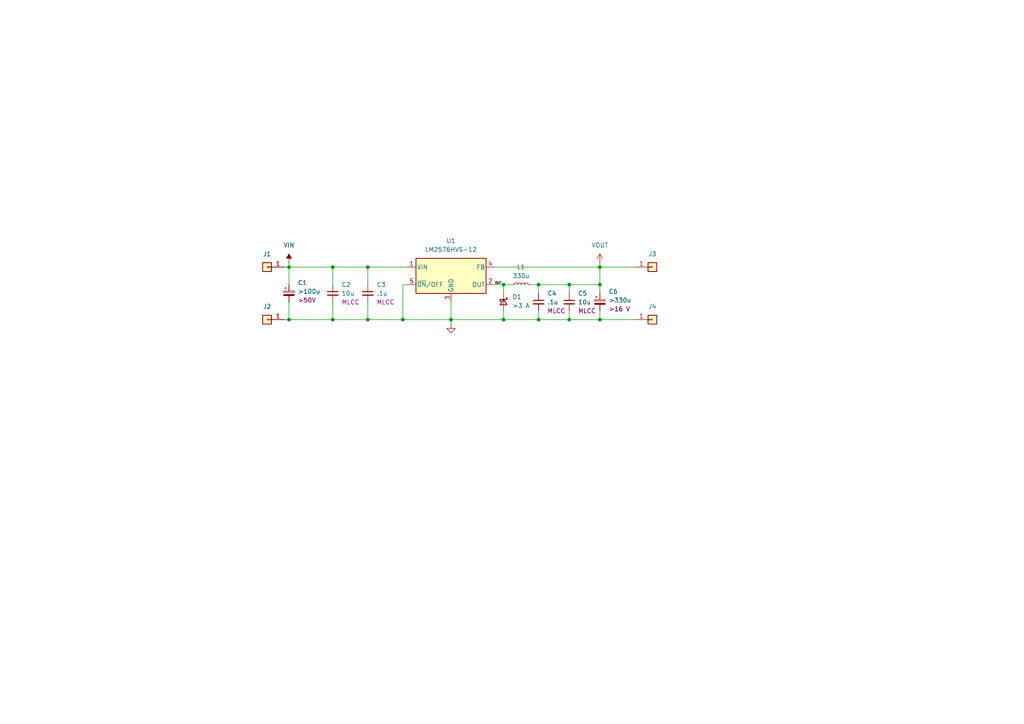
<source format=kicad_sch>
(kicad_sch (version 20231120) (generator "eeschema") (generator_version "8.0")
  (paper "A4")
  (lib_symbols
    (symbol "Connector_Generic:Conn_01x01" (pin_names (offset 1.016) hide)
      (property "Reference" "J" (at 0 2.54 0))
      (property "Value" "Conn_01x01" (at 0 -2.54 0))
      (symbol "Conn_01x01_1_1"
        (rectangle (start -1.27 0.127) (end 0 -0.127) (stroke (width 0.1524)))
        (rectangle (start -1.27 1.27) (end 1.27 -1.27) (stroke (width 0.254)) (fill (type background)))
        (pin passive line (at -5.08 0 0) (length 3.81) (name "Pin_1") (number "1"))
      )
    )
    (symbol "Device:C_Polarized_Small" (pin_numbers hide) (pin_names (offset 0.254) hide)
      (property "Reference" "C" (at 0.254 1.778 0))
      (property "Value" "C_Polarized_Small" (at 0.254 -2.032 0))
      (symbol "C_Polarized_Small_0_1"
        (rectangle (start -1.524 -0.3048) (end 1.524 -0.6858) (fill (type outline)))
        (rectangle (start -1.524 0.6858) (end 1.524 0.3048))
        (polyline (pts (xy -1.27 1.524) (xy -0.762 1.524)))
        (polyline (pts (xy -1.016 1.27) (xy -1.016 1.778)))
      )
      (symbol "C_Polarized_Small_1_1"
        (pin passive line (at 0 2.54 270) (length 1.8542) (name "~") (number "1"))
        (pin passive line (at 0 -2.54 90) (length 1.8542) (name "~") (number "2"))
      )
    )
    (symbol "Device:C_Small" (pin_numbers hide) (pin_names (offset 0.254) hide)
      (property "Reference" "C" (at 0.254 1.778 0))
      (property "Value" "C_Small" (at 0.254 -2.032 0))
      (symbol "C_Small_0_1"
        (polyline (pts (xy -1.524 -0.508) (xy 1.524 -0.508)) (stroke (width 0.3302)))
        (polyline (pts (xy -1.524 0.508) (xy 1.524 0.508)) (stroke (width 0.3048)))
      )
      (symbol "C_Small_1_1"
        (pin passive line (at 0 2.54 270) (length 2.032) (name "~") (number "1"))
        (pin passive line (at 0 -2.54 90) (length 2.032) (name "~") (number "2"))
      )
    )
    (symbol "Device:D_Schottky_Small" (pin_numbers hide) (pin_names (offset 0.254) hide)
      (property "Reference" "D" (at -1.27 2.032 0))
      (property "Value" "D_Schottky_Small" (at -7.112 -2.032 0))
      (symbol "D_Schottky_Small_0_1"
        (polyline (pts (xy -0.762 0) (xy 0.762 0)))
        (polyline (pts (xy 0.762 -1.016) (xy -0.762 0) (xy 0.762 1.016) (xy 0.762 -1.016)) (stroke (width 0.254)))
        (polyline (pts (xy -1.27 0.762) (xy -1.27 1.016) (xy -0.762 1.016) (xy -0.762 -1.016) (xy -0.254 -1.016) (xy -0.254 -0.762)) (stroke (width 0.254)))
      )
      (symbol "D_Schottky_Small_1_1"
        (pin passive line (at -2.54 0 0) (length 1.778) (name "K") (number "1"))
        (pin passive line (at 2.54 0 180) (length 1.778) (name "A") (number "2"))
      )
    )
    (symbol "Device:L_Small" (pin_numbers hide) (pin_names (offset 0.254) hide)
      (property "Reference" "L" (at 0.762 1.016 0))
      (property "Value" "L_Small" (at 0.762 -1.016 0))
      (symbol "L_Small_0_1"
        (arc (start 0 -2.032) (mid 0.5058 -1.524) (end 0 -1.016))
        (arc (start 0 -1.016) (mid 0.5058 -0.508) (end 0 0))
        (arc (start 0 0) (mid 0.5058 0.508) (end 0 1.016))
        (arc (start 0 1.016) (mid 0.5058 1.524) (end 0 2.032))
      )
      (symbol "L_Small_1_1"
        (pin passive line (at 0 2.54 270) (length 0.508) (name "~") (number "1"))
        (pin passive line (at 0 -2.54 90) (length 0.508) (name "~") (number "2"))
      )
    )
    (symbol "Regulator_Switching:LM2576HVS-12" (pin_names (offset 0.254))
      (property "Reference" "U" (at -10.16 6.35 0))
      (property "Value" "LM2576HVS-12" (at 0 6.35 0))
      (symbol "LM2576HVS-12_0_1"
        (rectangle (start -10.16 5.08) (end 10.16 -5.08) (stroke (width 0.254)) (fill (type background)))
      )
      (symbol "LM2576HVS-12_1_1"
        (pin power_in line (at -12.7 2.54 0) (length 2.54) (name "VIN") (number "1"))
        (pin output line (at 12.7 -2.54 180) (length 2.54) (name "OUT") (number "2"))
        (pin power_in line (at 0 -7.62 90) (length 2.54) (name "GND") (number "3"))
        (pin input line (at 12.7 2.54 180) (length 2.54) (name "FB") (number "4"))
        (pin input line (at -12.7 -2.54 0) (length 2.54) (name "~{ON}/OFF") (number "5"))
      )
    )
    (symbol "power:GND" (power) (pin_numbers hide) (pin_names (offset 0) hide)
      (property "Value" "GND" (at 0 -3.81 0))
      (symbol "GND_0_1"
        (polyline (pts (xy 0 0) (xy 0 -1.27) (xy 1.27 -1.27) (xy 0 -2.54) (xy -1.27 -1.27) (xy 0 -1.27)))
      )
      (symbol "GND_1_1"
        (pin power_in line (at 0 0 270) (length 0) (name "~") (number "1"))
      )
    )
    (symbol "power:VDC" (power) (pin_numbers hide) (pin_names (offset 0) hide)
      (property "Value" "VDC" (at 0 3.556 0))
      (symbol "VDC_0_1"
        (polyline (pts (xy -0.762 1.27) (xy 0 2.54)))
        (polyline (pts (xy 0 0) (xy 0 2.54)))
        (polyline (pts (xy 0 2.54) (xy 0.762 1.27)))
      )
      (symbol "VDC_1_1"
        (pin power_in line (at 0 0 90) (length 0) (name "~") (number "1"))
      )
    )
    (symbol "power:VS" (power) (pin_numbers hide) (pin_names (offset 0) hide)
      (property "Value" "VS" (at 0 3.556 0))
      (symbol "VS_0_1"
        (polyline (pts (xy 0 0) (xy 0 2.54)))
        (polyline (pts (xy 0.762 1.27) (xy -0.762 1.27) (xy 0 2.54) (xy 0.762 1.27)) (fill (type outline)))
      )
      (symbol "VS_1_1"
        (pin power_in line (at 0 0 90) (length 0) (name "~") (number "1"))
      )
    )
  )
  (junction (at 96.52 77.47))
  (junction (at 83.82 92.71))
  (junction (at 165.1 82.55))
  (junction (at 156.21 92.71))
  (junction (at 173.99 92.71))
  (junction (at 96.52 92.71))
  (junction (at 146.05 82.55))
  (junction (at 130.81 92.71))
  (junction (at 173.99 77.47))
  (junction (at 146.05 92.71))
  (junction (at 106.68 77.47))
  (junction (at 156.21 82.55))
  (junction (at 116.84 92.71))
  (junction (at 165.1 92.71))
  (junction (at 173.99 82.55))
  (junction (at 106.68 92.71))
  (junction (at 83.82 77.47))
  (wire (pts (xy 165.1 82.55) (xy 173.99 82.55)))
  (wire (pts (xy 146.05 82.55) (xy 148.59 82.55)))
  (wire (pts (xy 118.11 82.55) (xy 116.84 82.55)))
  (wire (pts (xy 83.82 87.63) (xy 83.82 92.71)))
  (wire (pts (xy 82.55 77.47) (xy 83.82 77.47)))
  (wire (pts (xy 116.84 82.55) (xy 116.84 92.71)))
  (wire (pts (xy 96.52 77.47) (xy 106.68 77.47)))
  (wire (pts (xy 83.82 92.71) (xy 96.52 92.71)))
  (wire (pts (xy 173.99 77.47) (xy 184.15 77.47)))
  (wire (pts (xy 96.52 87.63) (xy 96.52 92.71)))
  (wire (pts (xy 116.84 92.71) (xy 130.81 92.71)))
  (wire (pts (xy 106.68 92.71) (xy 116.84 92.71)))
  (wire (pts (xy 156.21 92.71) (xy 146.05 92.71)))
  (wire (pts (xy 130.81 92.71) (xy 146.05 92.71)))
  (wire (pts (xy 96.52 77.47) (xy 96.52 82.55)))
  (wire (pts (xy 173.99 76.2) (xy 173.99 77.47)))
  (wire (pts (xy 96.52 92.71) (xy 106.68 92.71)))
  (wire (pts (xy 156.21 82.55) (xy 156.21 85.09)))
  (wire (pts (xy 156.21 90.17) (xy 156.21 92.71)))
  (wire (pts (xy 143.51 77.47) (xy 173.99 77.47)))
  (wire (pts (xy 130.81 87.63) (xy 130.81 92.71)))
  (wire (pts (xy 82.55 92.71) (xy 83.82 92.71)))
  (wire (pts (xy 146.05 82.55) (xy 143.51 82.55)))
  (wire (pts (xy 165.1 90.17) (xy 165.1 92.71)))
  (wire (pts (xy 173.99 82.55) (xy 173.99 85.09)))
  (wire (pts (xy 83.82 82.55) (xy 83.82 77.47)))
  (wire (pts (xy 106.68 77.47) (xy 106.68 82.55)))
  (wire (pts (xy 146.05 90.17) (xy 146.05 92.71)))
  (wire (pts (xy 156.21 82.55) (xy 165.1 82.55)))
  (wire (pts (xy 153.67 82.55) (xy 156.21 82.55)))
  (wire (pts (xy 106.68 77.47) (xy 118.11 77.47)))
  (wire (pts (xy 83.82 77.47) (xy 96.52 77.47)))
  (wire (pts (xy 165.1 92.71) (xy 173.99 92.71)))
  (wire (pts (xy 83.82 76.2) (xy 83.82 77.47)))
  (wire (pts (xy 173.99 92.71) (xy 184.15 92.71)))
  (wire (pts (xy 156.21 92.71) (xy 165.1 92.71)))
  (wire (pts (xy 146.05 85.09) (xy 146.05 82.55)))
  (wire (pts (xy 165.1 82.55) (xy 165.1 85.09)))
  (wire (pts (xy 173.99 92.71) (xy 173.99 90.17)))
  (wire (pts (xy 173.99 77.47) (xy 173.99 82.55)))
  (wire (pts (xy 130.81 93.98) (xy 130.81 92.71)))
  (wire (pts (xy 106.68 87.63) (xy 106.68 92.71)))
  (label "OUT" (at 143.51 82.55 0) (effects (font (size 0.635 0.635))))
  (symbol (lib_id "Device:D_Schottky_Small") (at 146.05 87.63 270) (unit 1)
    (property "Reference" "D1" (at 148.59 86.1059 90) (effects (justify left)))
    (property "Value" ">3 A" (at 148.59 88.6459 90) (effects (justify left)))
    (property "Footprint" "Diode_SMD:D_SMC" (effects (hide yes)))
  )
  (symbol (lib_id "Device:C_Small") (at 96.52 85.09 0) (unit 1)
    (property "Reference" "C2" (at 99.06 82.5562 0) (effects (justify left)))
    (property "Value" "10u" (at 99.06 85.0962 0) (effects (justify left)))
    (property "Footprint" "Capacitor_SMD:C_0805_2012Metric" (effects (hide yes)))
    (property "Description" "MLCC" (at 99.06 87.6362 0) (effects (justify left)))
  )
  (symbol (lib_id "Connector_Generic:Conn_01x01") (at 189.23 92.71 0) (mirror x) (unit 1)
    (property "Reference" "J4" (at 189.23 88.9 0))
    (property "Value" "Conn_01x01" (effects (hide yes)))
    (property "Footprint" "Connector_PinHeader_2.54mm:PinHeader_1x01_P2.54mm_Vertical" (effects (hide yes)))
    (property "Description" "Generic connector, single row, 01x01, script generated (kicad-library-utils/schlib/autogen/connector/)" (effects (hide yes)))
  )
  (symbol (lib_id "Device:C_Small") (at 165.1 87.63 0) (unit 1)
    (property "Reference" "C5" (at 167.64 85.0962 0) (effects (justify left)))
    (property "Value" "10u" (at 167.64 87.6362 0) (effects (justify left)))
    (property "Footprint" "Capacitor_SMD:C_0805_2012Metric" (effects (hide yes)))
    (property "Description" "MLCC" (at 167.64 90.1762 0) (effects (justify left)))
  )
  (symbol (lib_id "power:VDC") (at 173.99 76.2 0) (unit 1)
    (property "Reference" "#PWR4" (effects (hide yes)))
    (property "Value" "VOUT" (at 173.99 71.12 0))
    (property "Description" "Power symbol creates a global label with name \"VDC\"" (effects (hide yes)))
  )
  (symbol (lib_id "power:GND") (at 130.81 93.98 0) (unit 1)
    (property "Reference" "#PWR1" (effects (hide yes)))
    (property "Value" "GND" (effects (hide yes)))
    (property "Description" "Power symbol creates a global label with name \"GND\" , ground" (effects (hide yes)))
  )
  (symbol (lib_id "Connector_Generic:Conn_01x01") (at 77.47 92.71 180) (unit 1)
    (property "Reference" "J2" (at 77.47 88.9 0))
    (property "Value" "Conn_01x01" (effects (hide yes)))
    (property "Footprint" "Connector_PinHeader_2.54mm:PinHeader_1x01_P2.54mm_Vertical" (effects (hide yes)))
    (property "Description" "Generic connector, single row, 01x01, script generated (kicad-library-utils/schlib/autogen/connector/)" (effects (hide yes)))
  )
  (symbol (lib_id "power:VS") (at 83.82 76.2 0) (unit 1)
    (property "Reference" "#PWR2" (effects (hide yes)))
    (property "Value" "VIN" (at 83.82 71.12 0))
    (property "Description" "Power symbol creates a global label with name \"VS\"" (effects (hide yes)))
  )
  (symbol (lib_id "Connector_Generic:Conn_01x01") (at 189.23 77.47 0) (mirror x) (unit 1)
    (property "Reference" "J3" (at 189.23 73.66 0))
    (property "Value" "Conn_01x01" (effects (hide yes)))
    (property "Footprint" "Connector_PinHeader_2.54mm:PinHeader_1x01_P2.54mm_Vertical" (effects (hide yes)))
    (property "Description" "Generic connector, single row, 01x01, script generated (kicad-library-utils/schlib/autogen/connector/)" (effects (hide yes)))
  )
  (symbol (lib_id "Connector_Generic:Conn_01x01") (at 77.47 77.47 180) (unit 1)
    (property "Reference" "J1" (at 77.47 73.66 0))
    (property "Value" "Conn_01x01" (effects (hide yes)))
    (property "Footprint" "Connector_PinHeader_2.54mm:PinHeader_1x01_P2.54mm_Vertical" (effects (hide yes)))
    (property "Description" "Generic connector, single row, 01x01, script generated (kicad-library-utils/schlib/autogen/connector/)" (effects (hide yes)))
  )
  (symbol (lib_id "Device:C_Small") (at 106.68 85.09 0) (unit 1)
    (property "Reference" "C3" (at 109.22 82.5562 0) (effects (justify left)))
    (property "Value" ".1u" (at 109.22 85.0962 0) (effects (justify left)))
    (property "Footprint" "Capacitor_SMD:C_0805_2012Metric" (effects (hide yes)))
    (property "Description" "MLCC" (at 109.22 87.6362 0) (effects (justify left)))
  )
  (symbol (lib_id "Device:L_Small") (at 151.13 82.55 90) (unit 1)
    (property "Reference" "L1" (at 151.13 77.47 90))
    (property "Value" "330u" (at 151.13 80.01 90))
    (property "Footprint" "Inductor_SMD:L_SXN_SMDRI127" (effects (hide yes)))
    (property "Description" "Inductor, small symbol" (effects (hide yes)))
  )
  (symbol (lib_id "Device:C_Polarized_Small") (at 173.99 87.63 0) (unit 1)
    (property "Reference" "C6" (at 176.53 84.5438 0) (effects (justify left)))
    (property "Value" ">330u" (at 176.53 87.0838 0) (effects (justify left)))
    (property "Footprint" "Capacitor_SMD:CP_Elec_10x10" (effects (hide yes)))
    (property "Description" ">16 V" (at 176.53 89.6238 0) (effects (justify left)))
  )
  (symbol (lib_id "Device:C_Polarized_Small") (at 83.82 85.09 0) (unit 1)
    (property "Reference" "C1" (at 86.36 82.0038 0) (effects (justify left)))
    (property "Value" ">100u" (at 86.36 84.5438 0) (effects (justify left)))
    (property "Footprint" "Capacitor_SMD:CP_Elec_10x10" (effects (hide yes)))
    (property "Description" ">50V" (at 86.36 87.0838 0) (effects (justify left)))
  )
  (symbol (lib_id "Regulator_Switching:LM2576HVS-12") (at 130.81 80.01 0) (unit 1)
    (property "Reference" "U1" (at 130.81 69.85 0))
    (property "Value" "LM2576HVS-12" (at 130.81 72.39 0))
    (property "Footprint" "Package_TO_SOT_SMD:TO-263-5_TabPin3" (effects (hide yes)))
    (property "Datasheet" "http://www.ti.com/lit/ds/symlink/lm2576.pdf" (effects (hide yes)))
    (property "Description" "12V, 3A SIMPLE SWITCHER® Step-Down Voltage Regulator, High Voltage Input, TO-263" (effects (hide yes)))
  )
  (symbol (lib_id "Device:C_Small") (at 156.21 87.63 0) (unit 1)
    (property "Reference" "C4" (at 158.75 85.0962 0) (effects (justify left)))
    (property "Value" ".1u" (at 158.75 87.6362 0) (effects (justify left)))
    (property "Footprint" "Capacitor_SMD:C_0805_2012Metric" (effects (hide yes)))
    (property "Description" "MLCC" (at 158.75 90.1762 0) (effects (justify left)))
  )
)
</source>
